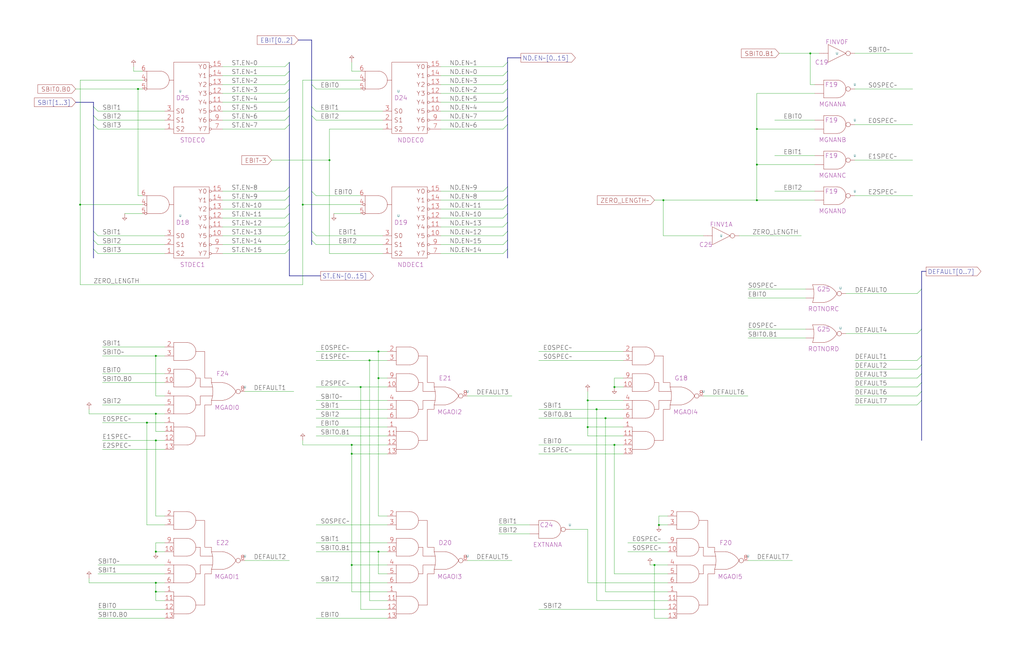
<source format=kicad_sch>
(kicad_sch (version 20220404) (generator eeschema)
  (paper "User" 584.2 378.46)
  (title_block (title "MERGE MASK BYTE CONTROL") (date "20-MAR-90") (rev "1.0") (comment 1 "FIU") (comment 2 "232-003065") (comment 3 "S400") (comment 4 "RELEASED"))
  (lib_symbols
    (symbol "r1000:F00" (pin_numbers hide) (pin_names hide)
      (property "Reference" "U" (at 15.24 0 0))
      (property "Value" "F00" (at 1.905 -5.08 0))
      (property "Location" "___" (at 1.905 0 0))
      (property "Name" "______" (at 2.54 -12.7 0))
      (symbol "F00_0_1"
        (polyline (pts (xy -2.54 -7.62) (xy 5.08 -7.62)) (stroke (width 0.1524)))
        (polyline (pts (xy -2.54 2.54) (xy -2.54 -7.62)) (stroke (width 0.1524)))
        (polyline (pts (xy -2.54 2.54) (xy 5.08 2.54)) (stroke (width 0.1524)))
        (arc (start 5.08 -7.62) (mid 10.1282 -2.54) (end 5.08 2.54) (stroke (width 0.1524)))
        (circle (center 11.43 -2.54) (radius 1.27) (stroke (width 0.1524)))
      )
      (symbol "F00_0_2"
        (circle (center -3.81 -5.08) (radius 1.27) (stroke (width 0.1524)))
        (circle (center -3.81 0) (radius 1.27) (stroke (width 0.1524)))
        (arc (start -3.175 -7.62) (mid -2.134 -2.54) (end -3.175 2.54) (stroke (width 0.1524)))
        (polyline (pts (xy -3.175 -7.62) (xy 3.81 -7.62)) (stroke (width 0.1524)))
        (polyline (pts (xy -3.175 2.54) (xy 3.81 2.54)) (stroke (width 0.1524)))
        (arc (start 3.81 -7.62) (mid 7.5855 -5.8306) (end 10.16 -2.54) (stroke (width 0.1524)))
        (arc (start 10.16 -2.54) (mid 7.5827 0.7471) (end 3.81 2.54) (stroke (width 0.1524)))
      )
      (symbol "F00_1_1"
        (pin input line (at -7.62 0 0) (length 5.08) (name "D0") (number "1"))
        (pin input line (at -7.62 -5.08 0) (length 5.08) (name "D1") (number "2"))
        (pin output line (at 15.24 -2.54 180) (length 2.54) (name "Q") (number "3"))
      )
      (symbol "F00_1_2"
        (pin input line (at -7.62 0 0) (length 2.54) (name "D0") (number "1"))
        (pin input line (at -7.62 -5.08 0) (length 2.54) (name "D1") (number "2"))
        (pin output line (at 15.24 -2.54 180) (length 5.08) (name "Q") (number "3"))
      )
    )
    (symbol "r1000:F02" (pin_numbers hide) (pin_names hide)
      (property "Reference" "U" (at 12.16 0.635 0))
      (property "Value" "F02" (at -1.27 -4.445 0))
      (property "Location" "___" (at 2.54 0 0))
      (property "Name" "______" (at 2.54 -12.7 0))
      (symbol "F02_0_1"
        (arc (start -3.81 -7.62) (mid -2.9847 -2.54) (end -3.81 2.54) (stroke (width 0.1524)))
        (polyline (pts (xy -5.08 -5.08) (xy -3.175 -5.08)) (stroke (width 0.1524)))
        (polyline (pts (xy -5.08 0) (xy -3.175 0)) (stroke (width 0.1524)))
        (polyline (pts (xy -3.81 -7.62) (xy 2.54 -7.62)) (stroke (width 0.1524)))
        (polyline (pts (xy -3.81 2.54) (xy 2.54 2.54)) (stroke (width 0.1524)))
        (polyline (pts (xy 13.97 -2.54) (xy 12.7 -2.54)) (stroke (width 0.1524)))
        (arc (start 2.54 -7.62) (mid 6.9515 -5.9823) (end 10.16 -2.54) (stroke (width 0.1524)))
        (arc (start 10.16 -2.54) (mid 6.9478 0.8966) (end 2.54 2.54) (stroke (width 0.1524)))
        (circle (center 11.43 -2.54) (radius 1.27) (stroke (width 0.1524)))
      )
      (symbol "F02_0_2"
        (circle (center -3.81 -5.08) (radius 1.27) (stroke (width 0.1524)))
        (circle (center -3.81 0) (radius 1.27) (stroke (width 0.1524)))
        (polyline (pts (xy -2.54 -7.62) (xy 5.08 -7.62)) (stroke (width 0.1524)))
        (polyline (pts (xy -2.54 2.54) (xy -2.54 -7.62)) (stroke (width 0.1524)))
        (polyline (pts (xy -2.54 2.54) (xy 5.08 2.54)) (stroke (width 0.1524)))
        (polyline (pts (xy 11.43 -2.54) (xy 10.16 -2.54)) (stroke (width 0.1524)))
        (polyline (pts (xy 11.43 -2.54) (xy 12.7 -2.54)) (stroke (width 0.1524)))
        (arc (start 5.08 -7.62) (mid 10.1282 -2.54) (end 5.08 2.54) (stroke (width 0.1524)))
      )
      (symbol "F02_1_1"
        (pin input line (at -7.62 0 0) (length 2.54) (name "D0") (number "1"))
        (pin input line (at -7.62 -5.08 0) (length 2.54) (name "D1") (number "2"))
        (pin output line (at 15.24 -2.54 180) (length 1.27) (name "Q") (number "3"))
      )
      (symbol "F02_1_2"
        (pin input line (at -7.62 0 0) (length 2.54) (name "D0") (number "1"))
        (pin input line (at -7.62 -5.08 0) (length 2.54) (name "D1") (number "2"))
        (pin output line (at 15.24 -2.54 180) (length 2.54) (name "Q") (number "3"))
      )
    )
    (symbol "r1000:F04" (pin_numbers hide) (pin_names hide)
      (property "Reference" "U" (at 0 0 0))
      (property "Value" "F04" (at 1.27 -5.08 0))
      (property "Location" "___" (at -12.7 -5.08 0))
      (property "Name" "______" (at 0 5.08 0))
      (symbol "F04_0_1"
        (polyline (pts (xy -7.62 0) (xy -5.08 0)) (stroke (width 0.1524)))
        (polyline (pts (xy -5.08 5.08) (xy -5.08 -5.08)) (stroke (width 0.1524)))
        (polyline (pts (xy 5.08 0) (xy -5.08 -5.08)) (stroke (width 0.1524)))
        (polyline (pts (xy 5.08 0) (xy -5.08 5.08)) (stroke (width 0.1524)))
        (circle (center 6.35 0) (radius 1.27) (stroke (width 0.1524)))
      )
      (symbol "F04_1_1"
        (pin input line (at -10.16 0 0) (length 2.54) (name "D0") (number "1"))
        (pin output line (at 10.16 0 180) (length 2.54) (name "Q") (number "2"))
      )
    )
    (symbol "r1000:F138" (pin_names (offset 1.016) hide)
      (property "Reference" "U" (at 1.27 3.81 0))
      (property "Value" "F138" (at -1.27 10.16 0))
      (property "Location" "___" (at -1.27 0 0))
      (property "Name" "______" (at 8.255 -24.13 0))
      (symbol "F138_0_0"
        (arc (start -10.16 5.08) (mid -6.5679 6.5679) (end -5.08 10.16) (stroke (width 0.1524)))
        (arc (start -5.08 10.16) (mid -6.5679 13.7521) (end -10.16 15.24) (stroke (width 0.1524)))
        (polyline (pts (xy -17.78 5.08) (xy -10.16 5.08)) (stroke (width 0.1524)))
        (polyline (pts (xy -17.78 15.24) (xy -10.16 15.24)) (stroke (width 0.1524)))
      )
      (symbol "F138_0_1"
        (circle (center -18.415 5.08) (radius 0.635) (stroke (width 0.1524)))
        (circle (center -18.415 10.16) (radius 0.635) (stroke (width 0.1524)))
        (rectangle (start -2.54 20.32) (end 17.78 -20.32) (stroke (width 0.1524)))
        (polyline (pts (xy -19.05 15.24) (xy -17.78 15.24)) (stroke (width 0.1524)))
        (polyline (pts (xy -17.78 15.24) (xy -17.78 5.08)) (stroke (width 0.1524)))
        (polyline (pts (xy -2.54 10.16) (xy -5.08 10.16)) (stroke (width 0.1524)))
      )
      (symbol "F138_1_1"
        (circle (center 18.415 -17.78) (radius 0.635))
        (circle (center 18.415 -12.7) (radius 0.635))
        (circle (center 18.415 -7.62) (radius 0.635))
        (circle (center 18.415 -2.54) (radius 0.635))
        (circle (center 18.415 2.54) (radius 0.635))
        (circle (center 18.415 7.62) (radius 0.635))
        (circle (center 18.415 12.7) (radius 0.635))
        (circle (center 18.415 17.78) (radius 0.635))
        (text "0" (at 2.54 -7.62 0) (effects (font (size 2.54 2.54))))
        (text "0" (at 15.24 17.78 0) (effects (font (size 2.54 2.54))))
        (text "1" (at 2.54 -12.7 0) (effects (font (size 2.54 2.54))))
        (text "1" (at 15.24 12.7 0) (effects (font (size 2.54 2.54))))
        (text "2" (at 2.54 -17.78 0) (effects (font (size 2.54 2.54))))
        (text "2" (at 15.24 7.62 0) (effects (font (size 2.54 2.54))))
        (text "3" (at 15.24 2.54 0) (effects (font (size 2.54 2.54))))
        (text "4" (at 15.24 -2.54 0) (effects (font (size 2.54 2.54))))
        (text "5" (at 15.24 -7.62 0) (effects (font (size 2.54 2.54))))
        (text "6" (at 15.24 -12.7 0) (effects (font (size 2.54 2.54))))
        (text "7" (at 15.24 -17.78 0) (effects (font (size 2.54 2.54))))
        (text "S" (at 0 -17.78 0) (effects (font (size 2.54 2.54))))
        (text "S" (at 0 -12.7 0) (effects (font (size 2.54 2.54))))
        (text "S" (at 0 -7.62 0) (effects (font (size 2.54 2.54))))
        (text "Y" (at 12.7 -17.78 0) (effects (font (size 2.54 2.54))))
        (text "Y" (at 12.7 -12.7 0) (effects (font (size 2.54 2.54))))
        (text "Y" (at 12.7 -7.62 0) (effects (font (size 2.54 2.54))))
        (text "Y" (at 12.7 -2.54 0) (effects (font (size 2.54 2.54))))
        (text "Y" (at 12.7 2.54 0) (effects (font (size 2.54 2.54))))
        (text "Y" (at 12.7 7.62 0) (effects (font (size 2.54 2.54))))
        (text "Y" (at 12.7 12.7 0) (effects (font (size 2.54 2.54))))
        (text "Y" (at 12.7 17.78 0) (effects (font (size 2.54 2.54))))
        (pin input line (at -7.62 -17.78 0) (length 5.08) (name "S2") (number "1"))
        (pin output line (at 25.4 -7.62 180) (length 6.35) (name "Y5_") (number "10"))
        (pin output line (at 25.4 -2.54 180) (length 6.35) (name "Y4_") (number "11"))
        (pin output line (at 25.4 2.54 180) (length 6.35) (name "Y3_") (number "12"))
        (pin output line (at 25.4 7.62 180) (length 6.35) (name "Y2_") (number "13"))
        (pin output line (at 25.4 12.7 180) (length 6.35) (name "Y1_") (number "14"))
        (pin output line (at 25.4 17.78 180) (length 6.35) (name "Y0_") (number "15"))
        (pin input line (at -7.62 -12.7 0) (length 5.08) (name "S1") (number "2"))
        (pin input line (at -7.62 -7.62 0) (length 5.08) (name "S0") (number "3"))
        (pin input line (at -20.32 10.16 0) (length 1.27) (name "D1") (number "4"))
        (pin input line (at -20.32 5.08 0) (length 1.27) (name "D2") (number "5"))
        (pin input line (at -20.32 15.24 0) (length 1.27) (name "D0") (number "6"))
        (pin output line (at 25.4 -17.78 180) (length 6.35) (name "Y7_") (number "7"))
        (pin output line (at 25.4 -12.7 180) (length 6.35) (name "Y6_") (number "9"))
      )
    )
    (symbol "r1000:F64" (pin_names hide)
      (property "Reference" "U" (at 15.24 2.54 0))
      (property "Value" "F64" (at 2.54 0 0))
      (property "Location" "___" (at 2.54 10.16 0))
      (property "Name" "______" (at 5.08 -10.62 0))
      (symbol "F64_0_0"
        (arc (start -17.78 -30.48) (mid -14.1879 -28.9921) (end -12.7 -25.4) (stroke (width 0.1524)))
        (arc (start -17.78 -12.7) (mid -14.1879 -11.2121) (end -12.7 -7.62) (stroke (width 0.1524)))
        (arc (start -17.78 2.54) (mid -14.1879 4.0279) (end -12.7 7.62) (stroke (width 0.1524)))
        (arc (start -17.78 17.78) (mid -14.1879 19.2679) (end -12.7 22.86) (stroke (width 0.1524)))
        (arc (start -12.7 -25.4) (mid -14.1879 -21.8079) (end -17.78 -20.32) (stroke (width 0.1524)))
        (arc (start -12.7 -7.62) (mid -14.1879 -4.0279) (end -17.78 -2.54) (stroke (width 0.1524)))
        (arc (start -12.7 7.62) (mid -14.1879 11.2121) (end -17.78 12.7) (stroke (width 0.1524)))
        (arc (start -12.7 22.86) (mid -14.1879 26.4521) (end -17.78 27.94) (stroke (width 0.1524)))
        (arc (start -3.8173 -5.08) (mid -2.9926 0) (end -3.8173 5.08) (stroke (width 0.1524)))
        (polyline (pts (xy -25.4 -30.48) (xy -17.78 -30.48)) (stroke (width 0.1524)))
        (polyline (pts (xy -25.4 -20.32) (xy -17.78 -20.32)) (stroke (width 0.1524)))
        (polyline (pts (xy -25.4 -12.7) (xy -17.78 -12.7)) (stroke (width 0.1524)))
        (polyline (pts (xy -25.4 -2.54) (xy -17.78 -2.54)) (stroke (width 0.1524)))
        (polyline (pts (xy -25.4 2.54) (xy -17.78 2.54)) (stroke (width 0.1524)))
        (polyline (pts (xy -25.4 12.7) (xy -17.78 12.7)) (stroke (width 0.1524)))
        (polyline (pts (xy -25.4 17.78) (xy -17.78 17.78)) (stroke (width 0.1524)))
        (polyline (pts (xy -25.4 27.94) (xy -17.78 27.94)) (stroke (width 0.1524)))
        (polyline (pts (xy -3.81 -5.08) (xy 2.54 -5.08)) (stroke (width 0.1524)))
        (polyline (pts (xy -3.81 5.08) (xy 2.54 5.08)) (stroke (width 0.1524)))
        (arc (start 2.54 -5.08) (mid 6.9504 -3.4405) (end 10.16 0) (stroke (width 0.1524)))
        (arc (start 10.16 0) (mid 6.9516 3.4424) (end 2.54 5.08) (stroke (width 0.1524)))
        (circle (center 11.43 0) (radius 1.27) (stroke (width 0.1524)))
      )
      (symbol "F64_0_1"
        (polyline (pts (xy -25.4 -33.02) (xy -25.4 -30.48)) (stroke (width 0.1524)))
        (polyline (pts (xy -25.4 -20.32) (xy -25.4 -30.48)) (stroke (width 0.1524)))
        (polyline (pts (xy -25.4 -17.78) (xy -25.4 -20.32)) (stroke (width 0.1524)))
        (polyline (pts (xy -25.4 -2.54) (xy -25.4 -12.7)) (stroke (width 0.1524)))
        (polyline (pts (xy -25.4 12.7) (xy -25.4 2.54)) (stroke (width 0.1524)))
        (polyline (pts (xy -25.4 27.94) (xy -25.4 17.78)) (stroke (width 0.1524)))
        (polyline (pts (xy -12.7 -7.62) (xy -12.7 -7.62)) (stroke (width 0.1524)))
        (polyline (pts (xy -5.08 -2.54) (xy -3.175 -2.54)) (stroke (width 0.1524)))
        (polyline (pts (xy -5.08 2.54) (xy -3.175 2.54)) (stroke (width 0.1524)))
        (polyline (pts (xy -12.7 -7.62) (xy -10.16 -7.62) (xy -10.16 -2.54) (xy -5.08 -2.54)) (stroke (width 0.1524)))
        (polyline (pts (xy -12.7 7.62) (xy -10.16 7.62) (xy -10.16 2.54) (xy -5.08 2.54)) (stroke (width 0.1524)))
        (polyline (pts (xy -3.81 -5.08) (xy -3.81 -7.62) (xy -7.62 -7.62) (xy -7.62 -25.4) (xy -12.7 -25.4)) (stroke (width 0.1524)))
        (polyline (pts (xy -3.81 5.08) (xy -3.81 7.62) (xy -7.62 7.62) (xy -7.62 22.86) (xy -12.7 22.86)) (stroke (width 0.1524)))
      )
      (symbol "F64_1_1"
        (pin input line (at -30.48 -17.78 0) (length 5.08) (name "D0") (number "1"))
        (pin input line (at -30.48 5.08 0) (length 5.08) (name "B1") (number "10"))
        (pin input line (at -30.48 -22.86 0) (length 5.08) (name "D1") (number "11"))
        (pin input line (at -30.48 -27.94 0) (length 5.08) (name "D2") (number "12"))
        (pin input line (at -30.48 -33.02 0) (length 5.08) (name "D3") (number "13"))
        (pin input line (at -30.48 25.4 0) (length 5.08) (name "A0") (number "2"))
        (pin input line (at -30.48 20.32 0) (length 5.08) (name "A1") (number "3"))
        (pin input line (at -30.48 -2.54 0) (length 5.08) (name "C0") (number "4"))
        (pin input line (at -30.48 -7.62 0) (length 5.08) (name "C1") (number "5"))
        (pin input line (at -30.48 -12.7 0) (length 5.08) (name "C2") (number "6"))
        (pin output line (at 15.24 0 180) (length 2.54) (name "Q") (number "8"))
        (pin input line (at -30.48 10.16 0) (length 5.08) (name "B0") (number "9"))
      )
    )
    (symbol "r1000:PD" (power) (pin_numbers hide) (pin_names hide) (in_bom no)
      (symbol "PD_0_1"
        (polyline (pts (xy 0 -2.54) (xy 1.27 -2.54) (xy 0 -3.81) (xy -1.27 -2.54) (xy 0 -2.54)) (stroke (width 0.1524)))
      )
      (symbol "PD_1_1"
        (pin power_in line (at 0 0 270) (length 2.54) (name "PD") (number "1"))
      )
    )
    (symbol "r1000:PU" (power) (pin_numbers hide) (pin_names hide)
      (symbol "PU_0_1"
        (polyline (pts (xy 0 2.54) (xy -1.27 2.54) (xy 0 3.81) (xy 1.27 2.54) (xy 0 2.54)) (stroke (width 0.1524)))
      )
      (symbol "PU_1_1"
        (pin power_in line (at 0 0 90) (length 2.54) (name "PU") (number "1"))
      )
    )
  )
  (junction (at 88.9 337.82))
  (junction (at 172.72 116.84))
  (junction (at 350.52 254))
  (junction (at 187.96 91.44))
  (junction (at 215.9 200.66))
  (junction (at 88.9 236.22))
  (junction (at 88.9 332.74))
  (junction (at 78.74 50.8))
  (junction (at 375.92 299.72))
  (junction (at 88.9 314.96))
  (junction (at 345.44 238.76))
  (junction (at 462.28 30.48))
  (junction (at 210.82 205.74))
  (junction (at 215.9 215.9))
  (junction (at 335.28 243.84))
  (junction (at 215.9 314.96))
  (junction (at 431.8 73.66))
  (junction (at 340.36 233.68))
  (junction (at 431.8 114.3))
  (junction (at 200.66 322.58))
  (junction (at 378.46 114.3))
  (junction (at 335.28 228.6))
  (junction (at 200.66 259.08))
  (junction (at 88.9 203.2))
  (junction (at 205.74 220.98))
  (junction (at 200.66 254))
  (junction (at 45.72 116.84))
  (junction (at 83.82 241.3))
  (junction (at 88.9 251.46))
  (junction (at 431.8 93.98))
  (junction (at 350.52 220.98))
  (junction (at 373.38 322.58))
  (bus_entry (at 165.1 60.96) (size -2.54 2.54))
  (bus_entry (at 525.78 165.1) (size -2.54 2.54))
  (bus_entry (at 289.56 106.68) (size -2.54 2.54))
  (bus_entry (at 165.1 137.16) (size -2.54 2.54))
  (bus_entry (at 53.34 142.24) (size 2.54 2.54))
  (bus_entry (at 289.56 50.8) (size -2.54 2.54))
  (bus_entry (at 53.34 71.12) (size 2.54 2.54))
  (bus_entry (at 525.78 187.96) (size -2.54 2.54))
  (bus_entry (at 525.78 208.28) (size -2.54 2.54))
  (bus_entry (at 165.1 121.92) (size -2.54 2.54))
  (bus_entry (at 289.56 60.96) (size -2.54 2.54))
  (bus_entry (at 289.56 127) (size -2.54 2.54))
  (bus_entry (at 53.34 132.08) (size 2.54 2.54))
  (bus_entry (at 289.56 137.16) (size -2.54 2.54))
  (bus_entry (at 53.34 60.96) (size 2.54 2.54))
  (bus_entry (at 165.1 66.04) (size -2.54 2.54))
  (bus_entry (at 289.56 142.24) (size -2.54 2.54))
  (bus_entry (at 289.56 40.64) (size -2.54 2.54))
  (bus_entry (at 165.1 111.76) (size -2.54 2.54))
  (bus_entry (at 165.1 132.08) (size -2.54 2.54))
  (bus_entry (at 165.1 116.84) (size -2.54 2.54))
  (bus_entry (at 289.56 121.92) (size -2.54 2.54))
  (bus_entry (at 165.1 40.64) (size -2.54 2.54))
  (bus_entry (at 177.8 48.26) (size 2.54 2.54))
  (bus_entry (at 165.1 142.24) (size -2.54 2.54))
  (bus_entry (at 177.8 137.16) (size 2.54 2.54))
  (bus_entry (at 165.1 50.8) (size -2.54 2.54))
  (bus_entry (at 165.1 55.88) (size -2.54 2.54))
  (bus_entry (at 525.78 218.44) (size -2.54 2.54))
  (bus_entry (at 289.56 55.88) (size -2.54 2.54))
  (bus_entry (at 525.78 213.36) (size -2.54 2.54))
  (bus_entry (at 53.34 137.16) (size 2.54 2.54))
  (bus_entry (at 165.1 45.72) (size -2.54 2.54))
  (bus_entry (at 53.34 66.04) (size 2.54 2.54))
  (bus_entry (at 177.8 109.22) (size 2.54 2.54))
  (bus_entry (at 525.78 228.6) (size -2.54 2.54))
  (bus_entry (at 165.1 71.12) (size -2.54 2.54))
  (bus_entry (at 289.56 35.56) (size -2.54 2.54))
  (bus_entry (at 177.8 60.96) (size 2.54 2.54))
  (bus_entry (at 177.8 66.04) (size 2.54 2.54))
  (bus_entry (at 289.56 111.76) (size -2.54 2.54))
  (bus_entry (at 289.56 45.72) (size -2.54 2.54))
  (bus_entry (at 525.78 223.52) (size -2.54 2.54))
  (bus_entry (at 165.1 127) (size -2.54 2.54))
  (bus_entry (at 289.56 66.04) (size -2.54 2.54))
  (bus_entry (at 289.56 116.84) (size -2.54 2.54))
  (bus_entry (at 289.56 132.08) (size -2.54 2.54))
  (bus_entry (at 525.78 203.2) (size -2.54 2.54))
  (bus_entry (at 289.56 71.12) (size -2.54 2.54))
  (bus_entry (at 165.1 35.56) (size -2.54 2.54))
  (bus_entry (at 177.8 132.08) (size 2.54 2.54))
  (bus_entry (at 165.1 106.68) (size -2.54 2.54))
  (wire (pts (xy 58.42 203.2) (xy 88.9 203.2)))
  (bus (pts (xy 289.56 132.08) (xy 289.56 137.16)))
  (wire (pts (xy 50.8 236.22) (xy 88.9 236.22)))
  (wire (pts (xy 335.28 243.84) (xy 335.28 228.6)))
  (bus (pts (xy 289.56 121.92) (xy 289.56 127)))
  (bus (pts (xy 43.18 58.42) (xy 53.34 58.42)))
  (wire (pts (xy 218.44 73.66) (xy 187.96 73.66)))
  (wire (pts (xy 441.96 68.58) (xy 464.82 68.58)))
  (wire (pts (xy 375.92 294.64) (xy 375.92 299.72)))
  (bus (pts (xy 165.1 157.48) (xy 182.88 157.48)))
  (wire (pts (xy 251.46 48.26) (xy 287.02 48.26)))
  (bus (pts (xy 525.78 223.52) (xy 525.78 228.6)))
  (wire (pts (xy 375.92 299.72) (xy 381 299.72)))
  (wire (pts (xy 215.9 294.64) (xy 215.9 215.9)))
  (wire (pts (xy 55.88 327.66) (xy 93.98 327.66)))
  (wire (pts (xy 180.34 68.58) (xy 218.44 68.58)))
  (wire (pts (xy 200.66 254) (xy 220.98 254)))
  (wire (pts (xy 200.66 259.08) (xy 200.66 254)))
  (wire (pts (xy 482.6 167.64) (xy 523.24 167.64)))
  (wire (pts (xy 464.82 53.34) (xy 431.8 53.34)))
  (wire (pts (xy 172.72 45.72) (xy 205.74 45.72)))
  (wire (pts (xy 251.46 134.62) (xy 287.02 134.62)))
  (wire (pts (xy 345.44 238.76) (xy 355.6 238.76)))
  (wire (pts (xy 373.38 353.06) (xy 381 353.06)))
  (wire (pts (xy 127 139.7) (xy 162.56 139.7)))
  (wire (pts (xy 431.8 93.98) (xy 431.8 114.3)))
  (wire (pts (xy 345.44 337.82) (xy 345.44 238.76)))
  (wire (pts (xy 180.34 248.92) (xy 220.98 248.92)))
  (wire (pts (xy 251.46 53.34) (xy 287.02 53.34)))
  (bus (pts (xy 289.56 33.02) (xy 289.56 35.56)))
  (wire (pts (xy 127 43.18) (xy 162.56 43.18)))
  (wire (pts (xy 200.66 322.58) (xy 200.66 259.08)))
  (wire (pts (xy 218.44 144.78) (xy 187.96 144.78)))
  (wire (pts (xy 251.46 68.58) (xy 287.02 68.58)))
  (wire (pts (xy 381 327.66) (xy 350.52 327.66)))
  (wire (pts (xy 378.46 114.3) (xy 431.8 114.3)))
  (wire (pts (xy 205.74 347.98) (xy 205.74 220.98)))
  (wire (pts (xy 88.9 337.82) (xy 88.9 332.74)))
  (bus (pts (xy 289.56 66.04) (xy 289.56 71.12)))
  (wire (pts (xy 431.8 73.66) (xy 431.8 93.98)))
  (wire (pts (xy 421.64 134.62) (xy 457.2 134.62)))
  (wire (pts (xy 55.88 73.66) (xy 93.98 73.66)))
  (wire (pts (xy 81.28 45.72) (xy 45.72 45.72)))
  (wire (pts (xy 55.88 353.06) (xy 93.98 353.06)))
  (bus (pts (xy 165.1 111.76) (xy 165.1 116.84)))
  (wire (pts (xy 55.88 347.98) (xy 93.98 347.98)))
  (wire (pts (xy 307.34 347.98) (xy 381 347.98)))
  (wire (pts (xy 180.34 314.96) (xy 215.9 314.96)))
  (bus (pts (xy 289.56 33.02) (xy 297.18 33.02)))
  (wire (pts (xy 355.6 248.92) (xy 335.28 248.92)))
  (wire (pts (xy 220.98 337.82) (xy 200.66 337.82)))
  (wire (pts (xy 93.98 226.06) (xy 88.9 226.06)))
  (wire (pts (xy 93.98 299.72) (xy 83.82 299.72)))
  (wire (pts (xy 200.66 40.64) (xy 200.66 35.56)))
  (wire (pts (xy 58.42 251.46) (xy 88.9 251.46)))
  (wire (pts (xy 55.88 139.7) (xy 93.98 139.7)))
  (wire (pts (xy 335.28 228.6) (xy 355.6 228.6)))
  (wire (pts (xy 180.34 299.72) (xy 220.98 299.72)))
  (bus (pts (xy 53.34 60.96) (xy 53.34 66.04)))
  (wire (pts (xy 205.74 40.64) (xy 200.66 40.64)))
  (bus (pts (xy 525.78 154.94) (xy 525.78 165.1)))
  (bus (pts (xy 177.8 60.96) (xy 177.8 66.04)))
  (wire (pts (xy 307.34 259.08) (xy 355.6 259.08)))
  (wire (pts (xy 127 58.42) (xy 162.56 58.42)))
  (wire (pts (xy 83.82 299.72) (xy 83.82 241.3)))
  (wire (pts (xy 251.46 38.1) (xy 287.02 38.1)))
  (bus (pts (xy 289.56 50.8) (xy 289.56 55.88)))
  (wire (pts (xy 180.34 233.68) (xy 220.98 233.68)))
  (wire (pts (xy 127 129.54) (xy 162.56 129.54)))
  (wire (pts (xy 431.8 114.3) (xy 464.82 114.3)))
  (bus (pts (xy 53.34 58.42) (xy 53.34 60.96)))
  (wire (pts (xy 307.34 254) (xy 350.52 254)))
  (wire (pts (xy 205.74 220.98) (xy 220.98 220.98)))
  (wire (pts (xy 190.5 121.92) (xy 205.74 121.92)))
  (wire (pts (xy 71.12 121.92) (xy 81.28 121.92)))
  (wire (pts (xy 127 73.66) (xy 162.56 73.66)))
  (wire (pts (xy 172.72 254) (xy 172.72 251.46)))
  (bus (pts (xy 165.1 116.84) (xy 165.1 121.92)))
  (bus (pts (xy 177.8 22.86) (xy 177.8 48.26)))
  (wire (pts (xy 180.34 238.76) (xy 220.98 238.76)))
  (wire (pts (xy 127 124.46) (xy 162.56 124.46)))
  (wire (pts (xy 215.9 200.66) (xy 220.98 200.66)))
  (bus (pts (xy 165.1 60.96) (xy 165.1 66.04)))
  (wire (pts (xy 220.98 215.9) (xy 215.9 215.9)))
  (bus (pts (xy 177.8 48.26) (xy 177.8 60.96)))
  (wire (pts (xy 381 322.58) (xy 373.38 322.58)))
  (bus (pts (xy 289.56 55.88) (xy 289.56 60.96)))
  (bus (pts (xy 53.34 142.24) (xy 53.34 147.32)))
  (wire (pts (xy 401.32 226.06) (xy 426.72 226.06)))
  (wire (pts (xy 464.82 48.26) (xy 462.28 48.26)))
  (wire (pts (xy 340.36 342.9) (xy 340.36 233.68)))
  (wire (pts (xy 355.6 215.9) (xy 350.52 215.9)))
  (bus (pts (xy 289.56 106.68) (xy 289.56 111.76)))
  (wire (pts (xy 251.46 58.42) (xy 287.02 58.42)))
  (wire (pts (xy 139.7 320.04) (xy 165.1 320.04)))
  (bus (pts (xy 165.1 40.64) (xy 165.1 45.72)))
  (bus (pts (xy 525.78 208.28) (xy 525.78 213.36)))
  (wire (pts (xy 462.28 30.48) (xy 462.28 48.26)))
  (wire (pts (xy 88.9 246.38) (xy 88.9 236.22)))
  (wire (pts (xy 370.84 322.58) (xy 373.38 322.58)))
  (wire (pts (xy 487.68 215.9) (xy 523.24 215.9)))
  (wire (pts (xy 205.74 116.84) (xy 172.72 116.84)))
  (bus (pts (xy 165.1 121.92) (xy 165.1 127)))
  (bus (pts (xy 289.56 137.16) (xy 289.56 142.24)))
  (wire (pts (xy 251.46 109.22) (xy 287.02 109.22)))
  (wire (pts (xy 88.9 251.46) (xy 93.98 251.46)))
  (wire (pts (xy 93.98 294.64) (xy 88.9 294.64)))
  (wire (pts (xy 88.9 337.82) (xy 93.98 337.82)))
  (bus (pts (xy 177.8 66.04) (xy 177.8 109.22)))
  (wire (pts (xy 335.28 223.52) (xy 335.28 228.6)))
  (wire (pts (xy 187.96 144.78) (xy 187.96 91.44)))
  (wire (pts (xy 266.7 226.06) (xy 292.1 226.06)))
  (wire (pts (xy 373.38 322.58) (xy 373.38 353.06)))
  (wire (pts (xy 180.34 134.62) (xy 218.44 134.62)))
  (wire (pts (xy 50.8 332.74) (xy 88.9 332.74)))
  (wire (pts (xy 251.46 114.3) (xy 287.02 114.3)))
  (wire (pts (xy 81.28 40.64) (xy 76.2 40.64)))
  (wire (pts (xy 58.42 241.3) (xy 83.82 241.3)))
  (bus (pts (xy 165.1 66.04) (xy 165.1 71.12)))
  (wire (pts (xy 350.52 254) (xy 355.6 254)))
  (wire (pts (xy 172.72 116.84) (xy 172.72 162.56)))
  (wire (pts (xy 180.34 353.06) (xy 220.98 353.06)))
  (bus (pts (xy 53.34 66.04) (xy 53.34 71.12)))
  (wire (pts (xy 426.72 170.18) (xy 459.74 170.18)))
  (wire (pts (xy 350.52 220.98) (xy 355.6 220.98)))
  (wire (pts (xy 487.68 220.98) (xy 523.24 220.98)))
  (wire (pts (xy 180.34 200.66) (xy 215.9 200.66)))
  (wire (pts (xy 350.52 215.9) (xy 350.52 220.98)))
  (wire (pts (xy 180.34 220.98) (xy 205.74 220.98)))
  (bus (pts (xy 53.34 132.08) (xy 53.34 137.16)))
  (bus (pts (xy 289.56 127) (xy 289.56 132.08)))
  (wire (pts (xy 307.34 205.74) (xy 355.6 205.74)))
  (bus (pts (xy 165.1 132.08) (xy 165.1 137.16)))
  (wire (pts (xy 127 38.1) (xy 162.56 38.1)))
  (wire (pts (xy 180.34 111.76) (xy 205.74 111.76)))
  (bus (pts (xy 165.1 142.24) (xy 165.1 157.48)))
  (wire (pts (xy 127 53.34) (xy 162.56 53.34)))
  (wire (pts (xy 180.34 332.74) (xy 220.98 332.74)))
  (wire (pts (xy 487.68 111.76) (xy 520.7 111.76)))
  (bus (pts (xy 165.1 50.8) (xy 165.1 55.88)))
  (wire (pts (xy 358.14 309.88) (xy 381 309.88)))
  (wire (pts (xy 88.9 309.88) (xy 88.9 314.96)))
  (wire (pts (xy 200.66 337.82) (xy 200.66 322.58)))
  (wire (pts (xy 284.48 304.8) (xy 302.26 304.8)))
  (wire (pts (xy 220.98 327.66) (xy 215.9 327.66)))
  (wire (pts (xy 487.68 50.8) (xy 520.7 50.8)))
  (wire (pts (xy 93.98 342.9) (xy 88.9 342.9)))
  (wire (pts (xy 58.42 213.36) (xy 93.98 213.36)))
  (wire (pts (xy 335.28 332.74) (xy 381 332.74)))
  (bus (pts (xy 525.78 154.94) (xy 528.32 154.94)))
  (wire (pts (xy 127 109.22) (xy 162.56 109.22)))
  (wire (pts (xy 172.72 254) (xy 200.66 254)))
  (wire (pts (xy 220.98 294.64) (xy 215.9 294.64)))
  (wire (pts (xy 431.8 93.98) (xy 464.82 93.98)))
  (wire (pts (xy 482.6 190.5) (xy 523.24 190.5)))
  (wire (pts (xy 127 114.3) (xy 162.56 114.3)))
  (wire (pts (xy 172.72 45.72) (xy 172.72 116.84)))
  (wire (pts (xy 251.46 63.5) (xy 287.02 63.5)))
  (wire (pts (xy 55.88 322.58) (xy 93.98 322.58)))
  (wire (pts (xy 81.28 111.76) (xy 78.74 111.76)))
  (wire (pts (xy 251.46 73.66) (xy 287.02 73.66)))
  (wire (pts (xy 444.5 30.48) (xy 462.28 30.48)))
  (wire (pts (xy 127 63.5) (xy 162.56 63.5)))
  (wire (pts (xy 426.72 193.04) (xy 459.74 193.04)))
  (bus (pts (xy 165.1 55.88) (xy 165.1 60.96)))
  (bus (pts (xy 165.1 35.56) (xy 165.1 40.64)))
  (wire (pts (xy 340.36 233.68) (xy 355.6 233.68)))
  (wire (pts (xy 45.72 162.56) (xy 172.72 162.56)))
  (wire (pts (xy 431.8 53.34) (xy 431.8 73.66)))
  (wire (pts (xy 127 144.78) (xy 162.56 144.78)))
  (wire (pts (xy 307.34 233.68) (xy 340.36 233.68)))
  (bus (pts (xy 177.8 137.16) (xy 177.8 139.7)))
  (bus (pts (xy 525.78 228.6) (xy 525.78 251.46)))
  (wire (pts (xy 50.8 332.74) (xy 50.8 330.2)))
  (bus (pts (xy 289.56 142.24) (xy 289.56 147.32)))
  (wire (pts (xy 215.9 314.96) (xy 220.98 314.96)))
  (wire (pts (xy 45.72 116.84) (xy 45.72 162.56)))
  (wire (pts (xy 78.74 111.76) (xy 78.74 50.8)))
  (wire (pts (xy 358.14 314.96) (xy 381 314.96)))
  (wire (pts (xy 127 68.58) (xy 162.56 68.58)))
  (wire (pts (xy 50.8 236.22) (xy 50.8 233.68)))
  (wire (pts (xy 426.72 320.04) (xy 452.12 320.04)))
  (wire (pts (xy 127 48.26) (xy 162.56 48.26)))
  (wire (pts (xy 58.42 256.54) (xy 93.98 256.54)))
  (wire (pts (xy 180.34 205.74) (xy 210.82 205.74)))
  (bus (pts (xy 525.78 187.96) (xy 525.78 203.2)))
  (wire (pts (xy 127 134.62) (xy 162.56 134.62)))
  (wire (pts (xy 55.88 63.5) (xy 93.98 63.5)))
  (bus (pts (xy 525.78 218.44) (xy 525.78 223.52)))
  (bus (pts (xy 525.78 165.1) (xy 525.78 187.96)))
  (wire (pts (xy 58.42 198.12) (xy 93.98 198.12)))
  (wire (pts (xy 55.88 68.58) (xy 93.98 68.58)))
  (wire (pts (xy 88.9 226.06) (xy 88.9 203.2)))
  (wire (pts (xy 487.68 210.82) (xy 523.24 210.82)))
  (wire (pts (xy 55.88 134.62) (xy 93.98 134.62)))
  (wire (pts (xy 441.96 88.9) (xy 464.82 88.9)))
  (bus (pts (xy 289.56 71.12) (xy 289.56 106.68)))
  (wire (pts (xy 180.34 309.88) (xy 220.98 309.88)))
  (wire (pts (xy 426.72 165.1) (xy 459.74 165.1)))
  (wire (pts (xy 55.88 144.78) (xy 93.98 144.78)))
  (bus (pts (xy 289.56 45.72) (xy 289.56 50.8)))
  (wire (pts (xy 58.42 218.44) (xy 93.98 218.44)))
  (wire (pts (xy 215.9 200.66) (xy 215.9 215.9)))
  (wire (pts (xy 76.2 40.64) (xy 76.2 38.1)))
  (wire (pts (xy 307.34 200.66) (xy 355.6 200.66)))
  (bus (pts (xy 289.56 111.76) (xy 289.56 116.84)))
  (wire (pts (xy 210.82 205.74) (xy 220.98 205.74)))
  (wire (pts (xy 93.98 309.88) (xy 88.9 309.88)))
  (wire (pts (xy 335.28 302.26) (xy 335.28 332.74)))
  (wire (pts (xy 187.96 91.44) (xy 154.94 91.44)))
  (wire (pts (xy 266.7 320.04) (xy 292.1 320.04)))
  (wire (pts (xy 43.18 50.8) (xy 78.74 50.8)))
  (wire (pts (xy 78.74 50.8) (xy 81.28 50.8)))
  (wire (pts (xy 462.28 30.48) (xy 467.36 30.48)))
  (bus (pts (xy 165.1 71.12) (xy 165.1 106.68)))
  (wire (pts (xy 220.98 322.58) (xy 200.66 322.58)))
  (wire (pts (xy 487.68 205.74) (xy 523.24 205.74)))
  (wire (pts (xy 58.42 231.14) (xy 93.98 231.14)))
  (wire (pts (xy 381 342.9) (xy 340.36 342.9)))
  (wire (pts (xy 180.34 228.6) (xy 220.98 228.6)))
  (bus (pts (xy 53.34 137.16) (xy 53.34 142.24)))
  (wire (pts (xy 401.32 134.62) (xy 378.46 134.62)))
  (wire (pts (xy 426.72 187.96) (xy 459.74 187.96)))
  (wire (pts (xy 335.28 243.84) (xy 355.6 243.84)))
  (wire (pts (xy 45.72 45.72) (xy 45.72 116.84)))
  (wire (pts (xy 139.7 223.52) (xy 167.64 223.52)))
  (bus (pts (xy 165.1 137.16) (xy 165.1 142.24)))
  (wire (pts (xy 187.96 73.66) (xy 187.96 91.44)))
  (wire (pts (xy 88.9 342.9) (xy 88.9 337.82)))
  (wire (pts (xy 215.9 327.66) (xy 215.9 314.96)))
  (wire (pts (xy 93.98 246.38) (xy 88.9 246.38)))
  (wire (pts (xy 284.48 299.72) (xy 302.26 299.72)))
  (bus (pts (xy 165.1 45.72) (xy 165.1 50.8)))
  (bus (pts (xy 289.56 116.84) (xy 289.56 121.92)))
  (wire (pts (xy 45.72 116.84) (xy 81.28 116.84)))
  (wire (pts (xy 350.52 327.66) (xy 350.52 254)))
  (bus (pts (xy 525.78 203.2) (xy 525.78 208.28)))
  (wire (pts (xy 251.46 129.54) (xy 287.02 129.54)))
  (wire (pts (xy 378.46 134.62) (xy 378.46 114.3)))
  (wire (pts (xy 127 119.38) (xy 162.56 119.38)))
  (bus (pts (xy 177.8 132.08) (xy 177.8 137.16)))
  (wire (pts (xy 180.34 243.84) (xy 220.98 243.84)))
  (wire (pts (xy 220.98 259.08) (xy 200.66 259.08)))
  (wire (pts (xy 88.9 236.22) (xy 93.98 236.22)))
  (wire (pts (xy 220.98 342.9) (xy 210.82 342.9)))
  (wire (pts (xy 335.28 248.92) (xy 335.28 243.84)))
  (bus (pts (xy 177.8 109.22) (xy 177.8 132.08)))
  (bus (pts (xy 53.34 71.12) (xy 53.34 132.08)))
  (bus (pts (xy 289.56 40.64) (xy 289.56 45.72)))
  (wire (pts (xy 487.68 30.48) (xy 520.7 30.48)))
  (wire (pts (xy 441.96 109.22) (xy 464.82 109.22)))
  (bus (pts (xy 289.56 35.56) (xy 289.56 40.64)))
  (bus (pts (xy 289.56 60.96) (xy 289.56 66.04)))
  (wire (pts (xy 88.9 332.74) (xy 93.98 332.74)))
  (wire (pts (xy 88.9 314.96) (xy 93.98 314.96)))
  (wire (pts (xy 487.68 231.14) (xy 523.24 231.14)))
  (wire (pts (xy 487.68 91.44) (xy 520.7 91.44)))
  (wire (pts (xy 487.68 71.12) (xy 520.7 71.12)))
  (wire (pts (xy 307.34 238.76) (xy 345.44 238.76)))
  (bus (pts (xy 165.1 106.68) (xy 165.1 111.76)))
  (bus (pts (xy 170.18 22.86) (xy 177.8 22.86)))
  (wire (pts (xy 88.9 294.64) (xy 88.9 251.46)))
  (wire (pts (xy 251.46 43.18) (xy 287.02 43.18)))
  (wire (pts (xy 251.46 124.46) (xy 287.02 124.46)))
  (wire (pts (xy 180.34 63.5) (xy 218.44 63.5)))
  (wire (pts (xy 210.82 342.9) (xy 210.82 205.74)))
  (wire (pts (xy 431.8 73.66) (xy 464.82 73.66)))
  (wire (pts (xy 180.34 50.8) (xy 205.74 50.8)))
  (wire (pts (xy 220.98 347.98) (xy 205.74 347.98)))
  (bus (pts (xy 165.1 127) (xy 165.1 132.08)))
  (wire (pts (xy 88.9 203.2) (xy 93.98 203.2)))
  (wire (pts (xy 325.12 302.26) (xy 335.28 302.26)))
  (wire (pts (xy 381 337.82) (xy 345.44 337.82)))
  (wire (pts (xy 83.82 241.3) (xy 93.98 241.3)))
  (wire (pts (xy 487.68 226.06) (xy 523.24 226.06)))
  (wire (pts (xy 180.34 139.7) (xy 218.44 139.7)))
  (wire (pts (xy 373.38 114.3) (xy 378.46 114.3)))
  (wire (pts (xy 381 294.64) (xy 375.92 294.64)))
  (wire (pts (xy 251.46 144.78) (xy 287.02 144.78)))
  (bus (pts (xy 525.78 213.36) (xy 525.78 218.44)))
  (wire (pts (xy 251.46 139.7) (xy 287.02 139.7)))
  (wire (pts (xy 251.46 119.38) (xy 287.02 119.38)))
  (label "ST.EN~10" (at 132.08 119.38 0) (effects (font (size 2.54 2.54))))
  (label "DEFAULT1" (at 144.78 223.52 0) (effects (font (size 2.54 2.54))))
  (label "ND.EN~10" (at 256.54 124.46 0) (effects (font (size 2.54 2.54))))
  (label "SBIT0.B0" (at 58.42 218.44 0) (effects (font (size 2.54 2.54))))
  (label "EBIT1" (at 284.48 299.72 0) (effects (font (size 2.54 2.54))))
  (label "E0SPEC~" (at 182.88 200.66 0) (effects (font (size 2.54 2.54))))
  (label "ND.EN~5" (at 256.54 58.42 0) (effects (font (size 2.54 2.54))))
  (label "ND.EN~7" (at 256.54 68.58 0) (effects (font (size 2.54 2.54))))
  (label "ND.EN~12" (at 256.54 134.62 0) (effects (font (size 2.54 2.54))))
  (label "ND.EN~9" (at 256.54 109.22 0) (effects (font (size 2.54 2.54))))
  (label "S0SPEC~" (at 426.72 165.1 0) (effects (font (size 2.54 2.54))))
  (label "EBIT0" (at 182.88 353.06 0) (effects (font (size 2.54 2.54))))
  (label "E2SPEC~" (at 495.3 111.76 0) (effects (font (size 2.54 2.54))))
  (label "SBIT0.B1" (at 182.88 314.96 0) (effects (font (size 2.54 2.54))))
  (label "ZERO_LENGTH" (at 53.34 162.56 0) (effects (font (size 2.54 2.54))))
  (label "DEFAULT5" (at 487.68 220.98 0) (effects (font (size 2.54 2.54))))
  (label "EBIT1" (at 193.04 134.62 0) (effects (font (size 2.54 2.54))))
  (label "SBIT1" (at 309.88 233.68 0) (effects (font (size 2.54 2.54))))
  (label "ST.EN~5" (at 132.08 63.5 0) (effects (font (size 2.54 2.54))))
  (label "E0SPEC~" (at 58.42 241.3 0) (effects (font (size 2.54 2.54))))
  (label "SBIT2" (at 58.42 139.7 0) (effects (font (size 2.54 2.54))))
  (label "SBIT3" (at 58.42 73.66 0) (effects (font (size 2.54 2.54))))
  (label "EBIT2" (at 182.88 68.58 0) (effects (font (size 2.54 2.54))))
  (label "SBIT0~" (at 182.88 228.6 0) (effects (font (size 2.54 2.54))))
  (label "S0SPEC~" (at 360.68 314.96 0) (effects (font (size 2.54 2.54))))
  (label "SBIT0~" (at 58.42 203.2 0) (effects (font (size 2.54 2.54))))
  (label "E0SPEC~" (at 309.88 200.66 0) (effects (font (size 2.54 2.54))))
  (label "SBIT2" (at 58.42 68.58 0) (effects (font (size 2.54 2.54))))
  (label "EBIT0" (at 447.04 68.58 0) (effects (font (size 2.54 2.54))))
  (label "S0SPEC~" (at 309.88 205.74 0) (effects (font (size 2.54 2.54))))
  (label "SBIT0.B1" (at 182.88 248.92 0) (effects (font (size 2.54 2.54))))
  (label "E1SPEC~" (at 495.3 91.44 0) (effects (font (size 2.54 2.54))))
  (label "DEFAULT6" (at 487.68 226.06 0) (effects (font (size 2.54 2.54))))
  (label "E0SPEC~" (at 426.72 187.96 0) (effects (font (size 2.54 2.54))))
  (label "ND.EN~1" (at 256.54 38.1 0) (effects (font (size 2.54 2.54))))
  (label "ST.EN~13" (at 132.08 134.62 0) (effects (font (size 2.54 2.54))))
  (label "ST.EN~11" (at 132.08 124.46 0) (effects (font (size 2.54 2.54))))
  (label "SBIT1" (at 58.42 63.5 0) (effects (font (size 2.54 2.54))))
  (label "ND.EN~11" (at 256.54 119.38 0) (effects (font (size 2.54 2.54))))
  (label "E1SPEC~" (at 309.88 259.08 0) (effects (font (size 2.54 2.54))))
  (label "SBIT1" (at 58.42 198.12 0) (effects (font (size 2.54 2.54))))
  (label "ST.EN~14" (at 132.08 139.7 0) (effects (font (size 2.54 2.54))))
  (label "SBIT1" (at 182.88 233.68 0) (effects (font (size 2.54 2.54))))
  (label "ND.EN~6" (at 256.54 73.66 0) (effects (font (size 2.54 2.54))))
  (label "SBIT2" (at 58.42 231.14 0) (effects (font (size 2.54 2.54))))
  (label "ND.EN~3" (at 256.54 48.26 0) (effects (font (size 2.54 2.54))))
  (label "S0SPEC~" (at 495.3 50.8 0) (effects (font (size 2.54 2.54))))
  (label "ND.EN~2" (at 256.54 53.34 0) (effects (font (size 2.54 2.54))))
  (label "DEFAULT2" (at 144.78 320.04 0) (effects (font (size 2.54 2.54))))
  (label "EBIT0" (at 426.72 170.18 0) (effects (font (size 2.54 2.54))))
  (label "DEFAULT7" (at 431.8 320.04 0) (effects (font (size 2.54 2.54))))
  (label "ST.EN~9" (at 132.08 114.3 0) (effects (font (size 2.54 2.54))))
  (label "E2SPEC~" (at 182.88 220.98 0) (effects (font (size 2.54 2.54))))
  (label "DEFAULT3" (at 271.78 226.06 0) (effects (font (size 2.54 2.54))))
  (label "ST.EN~15" (at 132.08 144.78 0) (effects (font (size 2.54 2.54))))
  (label "E1SPEC~" (at 182.88 205.74 0) (effects (font (size 2.54 2.54))))
  (label "SBIT2" (at 182.88 332.74 0) (effects (font (size 2.54 2.54))))
  (label "ND.EN~15" (at 256.54 139.7 0) (effects (font (size 2.54 2.54))))
  (label "SBIT0~" (at 495.3 30.48 0) (effects (font (size 2.54 2.54))))
  (label "ST.EN~7" (at 132.08 73.66 0) (effects (font (size 2.54 2.54))))
  (label "ND.EN~13" (at 256.54 129.54 0) (effects (font (size 2.54 2.54))))
  (label "DEFAULT4" (at 487.68 190.5 0) (effects (font (size 2.54 2.54))))
  (label "EBIT2" (at 284.48 304.8 0) (effects (font (size 2.54 2.54))))
  (label "SBIT0.B1" (at 309.88 238.76 0) (effects (font (size 2.54 2.54))))
  (label "SBIT3" (at 58.42 144.78 0) (effects (font (size 2.54 2.54))))
  (label "SBIT1" (at 55.88 327.66 0) (effects (font (size 2.54 2.54))))
  (label "ST.EN~1" (at 132.08 43.18 0) (effects (font (size 2.54 2.54))))
  (label "E0SPEC~" (at 360.68 309.88 0) (effects (font (size 2.54 2.54))))
  (label "ST.EN~2" (at 132.08 48.26 0) (effects (font (size 2.54 2.54))))
  (label "EBIT2" (at 447.04 109.22 0) (effects (font (size 2.54 2.54))))
  (label "DEFAULT6" (at 406.4 226.06 0) (effects (font (size 2.54 2.54))))
  (label "SBIT1" (at 58.42 134.62 0) (effects (font (size 2.54 2.54))))
  (label "EBIT0" (at 182.88 243.84 0) (effects (font (size 2.54 2.54))))
  (label "SBIT2" (at 182.88 238.76 0) (effects (font (size 2.54 2.54))))
  (label "EBIT0" (at 182.88 50.8 0) (effects (font (size 2.54 2.54))))
  (label "EBIT2" (at 193.04 139.7 0) (effects (font (size 2.54 2.54))))
  (label "SBIT0.B1" (at 426.72 193.04 0) (effects (font (size 2.54 2.54))))
  (label "DEFAULT2" (at 487.68 210.82 0) (effects (font (size 2.54 2.54))))
  (label "ST.EN~12" (at 132.08 129.54 0) (effects (font (size 2.54 2.54))))
  (label "E0SPEC~" (at 495.3 71.12 0) (effects (font (size 2.54 2.54))))
  (label "SBIT0.B0" (at 55.88 353.06 0) (effects (font (size 2.54 2.54))))
  (label "ST.EN~4" (at 132.08 58.42 0) (effects (font (size 2.54 2.54))))
  (label "ND.EN~8" (at 256.54 114.3 0) (effects (font (size 2.54 2.54))))
  (label "ST.EN~6" (at 132.08 68.58 0) (effects (font (size 2.54 2.54))))
  (label "S0SPEC~" (at 182.88 299.72 0) (effects (font (size 2.54 2.54))))
  (label "DEFAULT1" (at 487.68 205.74 0) (effects (font (size 2.54 2.54))))
  (label "DEFAULT7" (at 487.68 231.14 0) (effects (font (size 2.54 2.54))))
  (label "EBIT1" (at 447.04 88.9 0) (effects (font (size 2.54 2.54))))
  (label "EBIT0" (at 55.88 347.98 0) (effects (font (size 2.54 2.54))))
  (label "SBIT1" (at 182.88 309.88 0) (effects (font (size 2.54 2.54))))
  (label "ND.EN~4" (at 256.54 63.5 0) (effects (font (size 2.54 2.54))))
  (label "E2SPEC~" (at 58.42 256.54 0) (effects (font (size 2.54 2.54))))
  (label "EBIT0" (at 190.5 111.76 0) (effects (font (size 2.54 2.54))))
  (label "EBIT0" (at 58.42 213.36 0) (effects (font (size 2.54 2.54))))
  (label "ND.EN~0" (at 256.54 43.18 0) (effects (font (size 2.54 2.54))))
  (label "DEFAULT5" (at 271.78 320.04 0) (effects (font (size 2.54 2.54))))
  (label "DEFAULT0" (at 487.68 167.64 0) (effects (font (size 2.54 2.54))))
  (label "ST.EN~8" (at 132.08 109.22 0) (effects (font (size 2.54 2.54))))
  (label "DEFAULT3" (at 487.68 215.9 0) (effects (font (size 2.54 2.54))))
  (label "EBIT0" (at 309.88 254 0) (effects (font (size 2.54 2.54))))
  (label "E1SPEC~" (at 58.42 251.46 0) (effects (font (size 2.54 2.54))))
  (label "EBIT1" (at 182.88 63.5 0) (effects (font (size 2.54 2.54))))
  (label "SBIT0~" (at 55.88 322.58 0) (effects (font (size 2.54 2.54))))
  (label "ST.EN~0" (at 132.08 38.1 0) (effects (font (size 2.54 2.54))))
  (label "ST.EN~3" (at 132.08 53.34 0) (effects (font (size 2.54 2.54))))
  (label "ZERO_LENGTH" (at 429.26 134.62 0) (effects (font (size 2.54 2.54))))
  (label "ND.EN~14" (at 256.54 144.78 0) (effects (font (size 2.54 2.54))))
  (label "SBIT2" (at 309.88 347.98 0) (effects (font (size 2.54 2.54))))
  (global_label "EBIT[0..2]" (shape input) (at 170.18 22.86 180) (effects (font (size 2.54 2.54))) (property "Intersheet References" "${INTERSHEET_REFS}" (at 146.7273 22.7013 0) (effects (font (size 1.905 1.905)) (justify right))))
  (global_label "SBIT[1..3]" (shape input) (at 43.18 58.42 180) (effects (font (size 2.54 2.54))) (property "Intersheet References" "${INTERSHEET_REFS}" (at 19.6064 58.2613 0) (effects (font (size 1.905 1.905)) (justify right))))
  (global_label "ND.EN~[0..15]" (shape output) (at 297.18 33.02 0) (effects (font (size 2.54 2.54))) (property "Intersheet References" "${INTERSHEET_REFS}" (at 328.2527 32.8613 0) (effects (font (size 1.905 1.905)) (justify left))))
  (global_label "ZERO_LENGTH~" (shape input) (at 373.38 114.3 180) (effects (font (size 2.54 2.54))) (property "Intersheet References" "${INTERSHEET_REFS}" (at 340.735 114.1413 0) (effects (font (size 1.905 1.905)) (justify right))))
  (global_label "EBIT~3" (shape input) (at 154.94 91.44 180) (effects (font (size 2.54 2.54))) (property "Intersheet References" "${INTERSHEET_REFS}" (at 137.8978 91.2813 0) (effects (font (size 1.905 1.905)) (justify right))))
  (global_label "ST.EN~[0..15]" (shape output) (at 182.88 157.48 0) (effects (font (size 2.54 2.54))) (property "Intersheet References" "${INTERSHEET_REFS}" (at 213.106 157.3213 0) (effects (font (size 1.905 1.905)) (justify left))))
  (global_label "SBIT0.B0" (shape input) (at 43.18 50.8 180) (effects (font (size 2.54 2.54))) (property "Intersheet References" "${INTERSHEET_REFS}" (at 21.6626 50.6413 0) (effects (font (size 1.905 1.905)) (justify right))))
  (global_label "DEFAULT[0..7]" (shape output) (at 528.32 154.94 0) (effects (font (size 2.54 2.54))) (property "Intersheet References" "${INTERSHEET_REFS}" (at 559.6346 154.7813 0) (effects (font (size 1.905 1.905)) (justify left))))
  (global_label "SBIT0.B1" (shape input) (at 444.5 30.48 180) (effects (font (size 2.54 2.54))) (property "Intersheet References" "${INTERSHEET_REFS}" (at 422.9826 30.3213 0) (effects (font (size 1.905 1.905)) (justify right))))
  (symbol (lib_id "r1000:F138") (at 101.6 127 0) (unit 1)
    (default_instance (reference "U") (unit 1) (value "") (footprint ""))
    (property "Reference" "U" (at 102.87 123.19 0))
    (property "Location" "D18" (at 100.33 127 0) (effects (font (size 2.54 2.54)) (justify left)))
    (property "Name" "STDEC1" (at 109.855 151.13 0) (effects (font (size 2.54 2.54))))
  )
  (symbol (lib_id "r1000:F02") (at 467.36 165.1 0) (unit 1)
    (default_instance (reference "U") (unit 1) (value "") (footprint ""))
    (property "Reference" "U" (at 479.52 164.465 0))
    (property "Location" "G25" (at 469.9 165.1 0) (effects (font (size 2.54 2.54))))
    (property "Name" "ROTNORC" (at 469.9 177.8 0) (effects (font (size 2.54 2.54)) (justify bottom)))
  )
  (symbol (lib_id "r1000:PU") (at 335.28 223.52 0) (unit 1)
    (default_instance (reference "U") (unit 1) (value "") (footprint ""))
    (property "Reference" "U" (effects hide))
  )
  (symbol (lib_id "r1000:F64") (at 124.46 223.52 0) (unit 1)
    (default_instance (reference "U") (unit 1) (value "") (footprint ""))
    (property "Reference" "U" (at 139.7 220.98 0))
    (property "Location" "F24" (at 127 213.36 0) (effects (font (size 2.54 2.54))))
    (property "Name" "MGAOI0" (at 129.54 234.14 0) (effects (font (size 2.54 2.54)) (justify bottom)))
  )
  (symbol (lib_id "r1000:F00") (at 472.44 109.22 0) (unit 1)
    (default_instance (reference "U") (unit 1) (value "") (footprint ""))
    (property "Reference" "U" (at 487.68 109.22 0))
    (property "Location" "F19" (at 474.345 109.22 0) (effects (font (size 2.54 2.54))))
    (property "Name" "MGNAND" (at 474.98 121.92 0) (effects (font (size 2.54 2.54)) (justify bottom)))
  )
  (symbol (lib_id "r1000:F04") (at 477.52 30.48 0) (unit 1)
    (default_instance (reference "U") (unit 1) (value "") (footprint ""))
    (property "Reference" "U" (at 477.52 30.48 0))
    (property "Location" "C19" (at 464.82 35.56 0) (effects (font (size 2.54 2.54)) (justify left)))
    (property "Name" "FINV0F" (at 477.52 25.4 0) (effects (font (size 2.54 2.54)) (justify bottom)))
  )
  (symbol (lib_id "r1000:F00") (at 309.88 299.72 0) (unit 1)
    (default_instance (reference "U") (unit 1) (value "") (footprint ""))
    (property "Reference" "U" (at 325.12 299.72 0))
    (property "Location" "C24" (at 311.785 299.72 0) (effects (font (size 2.54 2.54))))
    (property "Name" "EXTNANA" (at 312.42 312.42 0) (effects (font (size 2.54 2.54)) (justify bottom)))
  )
  (symbol (lib_id "r1000:F02") (at 467.36 187.96 0) (unit 1)
    (default_instance (reference "U") (unit 1) (value "") (footprint ""))
    (property "Reference" "U" (at 479.52 187.325 0))
    (property "Location" "G25" (at 469.9 187.96 0) (effects (font (size 2.54 2.54))))
    (property "Name" "ROTNORD" (at 469.9 200.66 0) (effects (font (size 2.54 2.54)) (justify bottom)))
  )
  (symbol (lib_id "r1000:PU") (at 50.8 233.68 0) (unit 1)
    (default_instance (reference "U") (unit 1) (value "") (footprint ""))
    (property "Reference" "U" (effects hide))
  )
  (symbol (lib_id "r1000:PD") (at 88.9 314.96 0) (unit 1) (in_bom no)
    (default_instance (reference "U") (unit 1) (value "") (footprint ""))
    (property "Reference" "U" (effects hide))
  )
  (symbol (lib_id "r1000:PD") (at 375.92 299.72 0) (unit 1) (in_bom no)
    (default_instance (reference "U") (unit 1) (value "") (footprint ""))
    (property "Reference" "U" (effects hide))
  )
  (symbol (lib_id "r1000:F138") (at 226.06 55.88 0) (unit 1)
    (default_instance (reference "U") (unit 1) (value "") (footprint ""))
    (property "Reference" "U" (at 227.33 52.07 0))
    (property "Location" "D24" (at 224.79 55.88 0) (effects (font (size 2.54 2.54)) (justify left)))
    (property "Name" "NDDEC0" (at 234.315 80.01 0) (effects (font (size 2.54 2.54))))
  )
  (symbol (lib_id "r1000:F64") (at 411.48 320.04 0) (unit 1)
    (default_instance (reference "U") (unit 1) (value "") (footprint ""))
    (property "Reference" "U" (at 426.72 317.5 0))
    (property "Location" "F20" (at 414.02 309.88 0) (effects (font (size 2.54 2.54))))
    (property "Name" "MGAOI5" (at 416.56 330.66 0) (effects (font (size 2.54 2.54)) (justify bottom)))
  )
  (symbol (lib_id "r1000:F64") (at 124.46 320.04 0) (unit 1)
    (default_instance (reference "U") (unit 1) (value "") (footprint ""))
    (property "Reference" "U" (at 139.7 317.5 0))
    (property "Location" "E22" (at 127 309.88 0) (effects (font (size 2.54 2.54))))
    (property "Name" "MGAOI1" (at 129.54 330.66 0) (effects (font (size 2.54 2.54)) (justify bottom)))
  )
  (symbol (lib_id "r1000:PU") (at 200.66 35.56 0) (unit 1)
    (default_instance (reference "U") (unit 1) (value "") (footprint ""))
    (property "Reference" "U" (effects hide))
  )
  (symbol (lib_id "r1000:F00") (at 472.44 88.9 0) (unit 1)
    (default_instance (reference "U") (unit 1) (value "") (footprint ""))
    (property "Reference" "U" (at 487.68 88.9 0))
    (property "Location" "F19" (at 474.345 88.9 0) (effects (font (size 2.54 2.54))))
    (property "Name" "MGNANC" (at 474.98 101.6 0) (effects (font (size 2.54 2.54)) (justify bottom)))
  )
  (symbol (lib_id "r1000:PU") (at 76.2 38.1 0) (unit 1)
    (default_instance (reference "U") (unit 1) (value "") (footprint ""))
    (property "Reference" "U" (effects hide))
  )
  (symbol (lib_id "r1000:PU") (at 50.8 330.2 0) (unit 1)
    (default_instance (reference "U") (unit 1) (value "") (footprint ""))
    (property "Reference" "U" (effects hide))
  )
  (symbol (lib_id "r1000:PU") (at 370.84 322.58 0) (unit 1)
    (default_instance (reference "U") (unit 1) (value "") (footprint ""))
    (property "Reference" "U" (effects hide))
  )
  (symbol (lib_id "r1000:F04") (at 411.48 134.62 0) (unit 1)
    (default_instance (reference "U") (unit 1) (value "") (footprint ""))
    (property "Reference" "U" (at 411.48 134.62 0))
    (property "Location" "C25" (at 398.78 139.7 0) (effects (font (size 2.54 2.54)) (justify left)))
    (property "Name" "FINV1A" (at 411.48 129.54 0) (effects (font (size 2.54 2.54)) (justify bottom)))
  )
  (symbol (lib_id "r1000:F64") (at 251.46 226.06 0) (unit 1)
    (default_instance (reference "U") (unit 1) (value "") (footprint ""))
    (property "Reference" "U" (at 266.7 223.52 0))
    (property "Location" "E21" (at 254 215.9 0) (effects (font (size 2.54 2.54))))
    (property "Name" "MGAOI2" (at 256.54 236.68 0) (effects (font (size 2.54 2.54)) (justify bottom)))
  )
  (symbol (lib_id "r1000:F64") (at 386.08 226.06 0) (unit 1)
    (default_instance (reference "U") (unit 1) (value "") (footprint ""))
    (property "Reference" "U" (at 401.32 223.52 0))
    (property "Location" "G18" (at 388.62 215.9 0) (effects (font (size 2.54 2.54))))
    (property "Name" "MGAOI4" (at 391.16 236.68 0) (effects (font (size 2.54 2.54)) (justify bottom)))
  )
  (symbol (lib_id "r1000:PD") (at 190.5 121.92 0) (unit 1) (in_bom no)
    (default_instance (reference "U") (unit 1) (value "") (footprint ""))
    (property "Reference" "U" (effects hide))
  )
  (symbol (lib_id "r1000:PD") (at 71.12 121.92 0) (unit 1) (in_bom no)
    (default_instance (reference "U") (unit 1) (value "") (footprint ""))
    (property "Reference" "U" (effects hide))
  )
  (symbol (lib_id "r1000:F00") (at 472.44 68.58 0) (unit 1)
    (default_instance (reference "U") (unit 1) (value "") (footprint ""))
    (property "Reference" "U" (at 487.68 68.58 0))
    (property "Location" "F19" (at 474.345 68.58 0) (effects (font (size 2.54 2.54))))
    (property "Name" "MGNANB" (at 474.98 81.28 0) (effects (font (size 2.54 2.54)) (justify bottom)))
  )
  (symbol (lib_id "r1000:PD") (at 350.52 220.98 0) (unit 1) (in_bom no)
    (default_instance (reference "U") (unit 1) (value "") (footprint ""))
    (property "Reference" "U" (effects hide))
  )
  (symbol (lib_id "r1000:F138") (at 101.6 55.88 0) (unit 1)
    (default_instance (reference "U") (unit 1) (value "") (footprint ""))
    (property "Reference" "U" (at 102.87 52.07 0))
    (property "Location" "D25" (at 100.33 55.88 0) (effects (font (size 2.54 2.54)) (justify left)))
    (property "Name" "STDEC0" (at 109.855 80.01 0) (effects (font (size 2.54 2.54))))
  )
  (symbol (lib_id "r1000:F64") (at 251.46 320.04 0) (unit 1)
    (default_instance (reference "U") (unit 1) (value "") (footprint ""))
    (property "Reference" "U" (at 266.7 317.5 0))
    (property "Location" "D20" (at 254 309.88 0) (effects (font (size 2.54 2.54))))
    (property "Name" "MGAOI3" (at 256.54 330.66 0) (effects (font (size 2.54 2.54)) (justify bottom)))
  )
  (symbol (lib_id "r1000:F138") (at 226.06 127 0) (unit 1)
    (default_instance (reference "U") (unit 1) (value "") (footprint ""))
    (property "Reference" "U" (at 227.33 123.19 0))
    (property "Location" "D19" (at 224.79 127 0) (effects (font (size 2.54 2.54)) (justify left)))
    (property "Name" "NDDEC1" (at 234.315 151.13 0) (effects (font (size 2.54 2.54))))
  )
  (symbol (lib_id "r1000:F00") (at 472.44 48.26 0) (unit 1)
    (default_instance (reference "U") (unit 1) (value "") (footprint ""))
    (property "Reference" "U" (at 487.68 48.26 0))
    (property "Location" "F19" (at 474.345 48.26 0) (effects (font (size 2.54 2.54))))
    (property "Name" "MGNANA" (at 474.98 60.96 0) (effects (font (size 2.54 2.54)) (justify bottom)))
  )
  (symbol (lib_id "r1000:PU") (at 172.72 251.46 0) (unit 1)
    (default_instance (reference "U") (unit 1) (value "") (footprint ""))
    (property "Reference" "U" (effects hide))
  )
)
</source>
